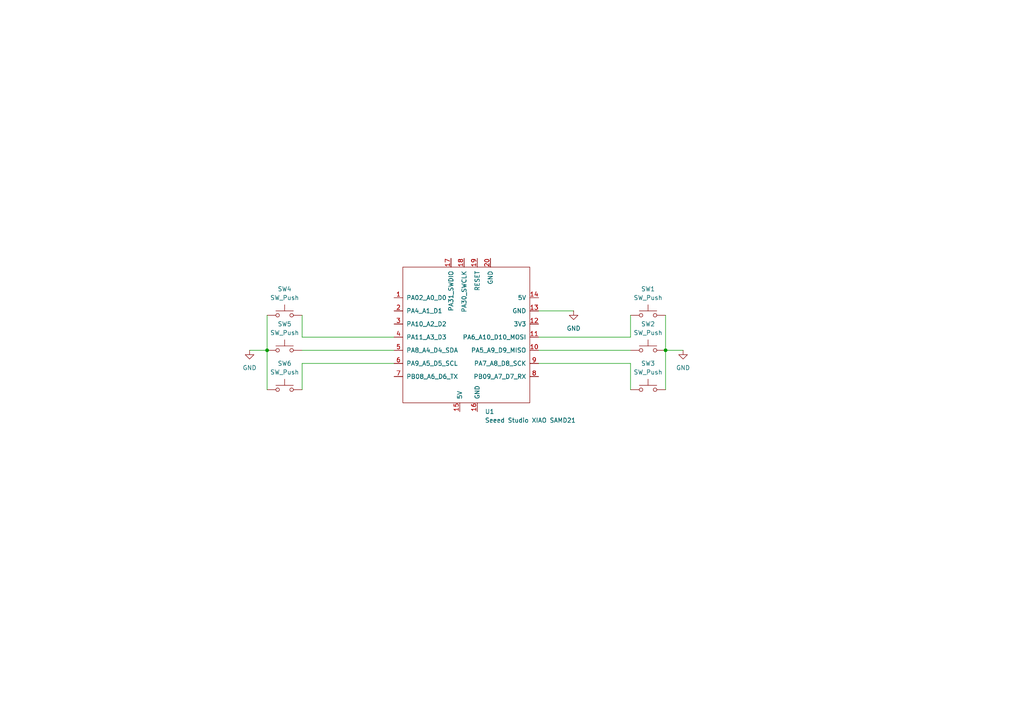
<source format=kicad_sch>
(kicad_sch (version 20231120) (generator "eeschema") (generator_version "8.0")
  (paper "A4")
  (lib_symbols
    (symbol "Seeed_Studio_XIAO_Series:Seeed Studio XIAO SAMD21" (pin_names (offset 1.016))
      (property "Reference" "U" (at -19.05 22.86 0))
      (property "Value" "Seeed Studio XIAO SAMD21" (at -12.7 21.59 0))
      (symbol "Seeed Studio XIAO SAMD21_0_1"
        (rectangle (start -19.05 20.32) (end 17.78 -19.05))
      )
      (symbol "Seeed Studio XIAO SAMD21_1_1"
        (pin unspecified line (at -21.59 11.43 0) (length 2.54) (name "PA02_A0_D0") (number "1"))
        (pin unspecified line (at 20.32 -3.81 180) (length 2.54) (name "PA5_A9_D9_MISO") (number "10"))
        (pin unspecified line (at 20.32 0 180) (length 2.54) (name "PA6_A10_D10_MOSI") (number "11"))
        (pin unspecified line (at 20.32 3.81 180) (length 2.54) (name "3V3") (number "12"))
        (pin unspecified line (at 20.32 7.62 180) (length 2.54) (name "GND") (number "13"))
        (pin unspecified line (at 20.32 11.43 180) (length 2.54) (name "5V") (number "14"))
        (pin input line (at -2.54 -21.59 90) (length 2.54) (name "5V") (number "15"))
        (pin input line (at 2.54 -21.59 90) (length 2.54) (name "GND") (number "16"))
        (pin input line (at -5.08 22.86 270) (length 2.54) (name "PA31_SWDIO") (number "17"))
        (pin input line (at -1.27 22.86 270) (length 2.54) (name "PA30_SWCLK") (number "18"))
        (pin input line (at 2.54 22.86 270) (length 2.54) (name "RESET") (number "19"))
        (pin unspecified line (at -21.59 7.62 0) (length 2.54) (name "PA4_A1_D1") (number "2"))
        (pin input line (at 6.35 22.86 270) (length 2.54) (name "GND") (number "20"))
        (pin unspecified line (at -21.59 3.81 0) (length 2.54) (name "PA10_A2_D2") (number "3"))
        (pin unspecified line (at -21.59 0 0) (length 2.54) (name "PA11_A3_D3") (number "4"))
        (pin unspecified line (at -21.59 -3.81 0) (length 2.54) (name "PA8_A4_D4_SDA") (number "5"))
        (pin unspecified line (at -21.59 -7.62 0) (length 2.54) (name "PA9_A5_D5_SCL") (number "6"))
        (pin unspecified line (at -21.59 -11.43 0) (length 2.54) (name "PB08_A6_D6_TX") (number "7"))
        (pin unspecified line (at 20.32 -11.43 180) (length 2.54) (name "PB09_A7_D7_RX") (number "8"))
        (pin unspecified line (at 20.32 -7.62 180) (length 2.54) (name "PA7_A8_D8_SCK") (number "9"))
      )
    )
    (symbol "Switch:SW_Push" (pin_numbers hide) (pin_names (offset 1.016) hide)
      (property "Reference" "SW" (at 1.27 2.54 0))
      (property "Value" "SW_Push" (at 0 -1.524 0))
      (symbol "SW_Push_0_1"
        (circle (center -2.032 0) (radius 0.508))
        (polyline (pts (xy 0 1.27) (xy 0 3.048)))
        (polyline (pts (xy 2.54 1.27) (xy -2.54 1.27)))
        (circle (center 2.032 0) (radius 0.508))
        (pin passive line (at -5.08 0 0) (length 2.54) (name "1") (number "1"))
        (pin passive line (at 5.08 0 180) (length 2.54) (name "2") (number "2"))
      )
    )
    (symbol "power:GND" (power) (pin_numbers hide) (pin_names (offset 0) hide)
      (property "Value" "GND" (at 0 -3.81 0))
      (symbol "GND_0_1"
        (polyline (pts (xy 0 0) (xy 0 -1.27) (xy 1.27 -1.27) (xy 0 -2.54) (xy -1.27 -1.27) (xy 0 -1.27)))
      )
      (symbol "GND_1_1"
        (pin power_in line (at 0 0 270) (length 0) (name "~") (number "1"))
      )
    )
  )
  (junction (at 77.47 101.6))
  (junction (at 193.04 101.6))
  (wire (pts (xy 77.47 91.44) (xy 77.47 101.6)))
  (wire (pts (xy 77.47 101.6) (xy 72.39 101.6)))
  (wire (pts (xy 193.04 101.6) (xy 193.04 113.03)))
  (wire (pts (xy 182.88 91.44) (xy 182.88 97.79)))
  (wire (pts (xy 193.04 91.44) (xy 193.04 101.6)))
  (wire (pts (xy 87.63 105.41) (xy 87.63 113.03)))
  (wire (pts (xy 156.21 97.79) (xy 182.88 97.79)))
  (wire (pts (xy 87.63 91.44) (xy 87.63 97.79)))
  (wire (pts (xy 156.21 101.6) (xy 182.88 101.6)))
  (wire (pts (xy 114.3 105.41) (xy 87.63 105.41)))
  (wire (pts (xy 114.3 101.6) (xy 87.63 101.6)))
  (wire (pts (xy 182.88 105.41) (xy 182.88 113.03)))
  (wire (pts (xy 156.21 105.41) (xy 182.88 105.41)))
  (wire (pts (xy 114.3 97.79) (xy 87.63 97.79)))
  (wire (pts (xy 156.21 90.17) (xy 166.37 90.17)))
  (wire (pts (xy 77.47 101.6) (xy 77.47 113.03)))
  (wire (pts (xy 193.04 101.6) (xy 198.12 101.6)))
  (symbol (lib_id "Switch:SW_Push") (at 187.96 101.6 0) (unit 1)
    (property "Reference" "SW2" (at 187.96 93.98 0))
    (property "Value" "SW_Push" (at 187.96 96.52 0))
    (property "Footprint" "Button_Switch_Keyboard:SW_Cherry_MX_1.00u_PCB" (effects (hide yes)))
    (property "Description" "Push button switch, generic, two pins" (effects (hide yes)))
  )
  (symbol (lib_id "Seeed_Studio_XIAO_Series:Seeed Studio XIAO SAMD21") (at 135.89 97.79 0) (unit 1)
    (property "Reference" "U1" (at 140.6241 119.38 0) (effects (justify left)))
    (property "Value" "Seeed Studio XIAO SAMD21" (at 140.6241 121.92 0) (effects (justify left)))
    (property "Footprint" "Seeed Studio XIAO Series Library:XIAO-Generic-Thruhole-14P-2.54-21X17.8MM" (effects (hide yes)))
  )
  (symbol (lib_id "power:GND") (at 166.37 90.17 0) (unit 1)
    (property "Reference" "#PWR01" (effects (hide yes)))
    (property "Value" "GND" (at 166.37 95.25 0))
    (property "Description" "Power symbol creates a global label with name \"GND\" , ground" (effects (hide yes)))
  )
  (symbol (lib_id "Switch:SW_Push") (at 82.55 91.44 0) (mirror y) (unit 1)
    (property "Reference" "SW4" (at 82.55 83.82 0))
    (property "Value" "SW_Push" (at 82.55 86.36 0))
    (property "Footprint" "Button_Switch_Keyboard:SW_Cherry_MX_1.00u_PCB" (effects (hide yes)))
    (property "Description" "Push button switch, generic, two pins" (effects (hide yes)))
  )
  (symbol (lib_id "Switch:SW_Push") (at 187.96 113.03 0) (unit 1)
    (property "Reference" "SW3" (at 187.96 105.41 0))
    (property "Value" "SW_Push" (at 187.96 107.95 0))
    (property "Footprint" "Button_Switch_Keyboard:SW_Cherry_MX_1.00u_PCB" (effects (hide yes)))
    (property "Description" "Push button switch, generic, two pins" (effects (hide yes)))
  )
  (symbol (lib_id "power:GND") (at 198.12 101.6 0) (unit 1)
    (property "Reference" "#PWR02" (effects (hide yes)))
    (property "Value" "GND" (at 198.12 106.68 0))
    (property "Description" "Power symbol creates a global label with name \"GND\" , ground" (effects (hide yes)))
  )
  (symbol (lib_id "Switch:SW_Push") (at 187.96 91.44 0) (unit 1)
    (property "Reference" "SW1" (at 187.96 83.82 0))
    (property "Value" "SW_Push" (at 187.96 86.36 0))
    (property "Footprint" "Button_Switch_Keyboard:SW_Cherry_MX_1.00u_PCB" (effects (hide yes)))
    (property "Description" "Push button switch, generic, two pins" (effects (hide yes)))
  )
  (symbol (lib_id "Switch:SW_Push") (at 82.55 113.03 0) (mirror y) (unit 1)
    (property "Reference" "SW6" (at 82.55 105.41 0))
    (property "Value" "SW_Push" (at 82.55 107.95 0))
    (property "Footprint" "Button_Switch_Keyboard:SW_Cherry_MX_1.00u_PCB" (effects (hide yes)))
    (property "Description" "Push button switch, generic, two pins" (effects (hide yes)))
  )
  (symbol (lib_id "power:GND") (at 72.39 101.6 0) (mirror y) (unit 1)
    (property "Reference" "#PWR04" (effects (hide yes)))
    (property "Value" "GND" (at 72.39 106.68 0))
    (property "Description" "Power symbol creates a global label with name \"GND\" , ground" (effects (hide yes)))
  )
  (symbol (lib_id "Switch:SW_Push") (at 82.55 101.6 0) (mirror y) (unit 1)
    (property "Reference" "SW5" (at 82.55 93.98 0))
    (property "Value" "SW_Push" (at 82.55 96.52 0))
    (property "Footprint" "Button_Switch_Keyboard:SW_Cherry_MX_1.00u_PCB" (effects (hide yes)))
    (property "Description" "Push button switch, generic, two pins" (effects (hide yes)))
  )
)
</source>
